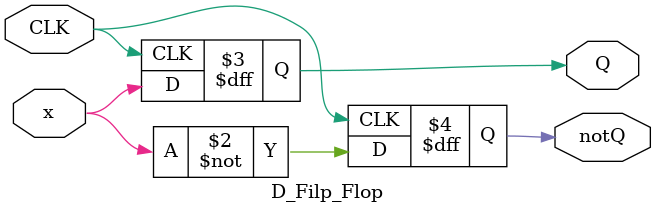
<source format=v>
module D_Filp_Flop(x, CLK, Q, notQ);

input x, CLK;
output reg Q, notQ;


always @(posedge CLK)

begin	
	Q = x;
	notQ = ~x;
end 

endmodule
</source>
